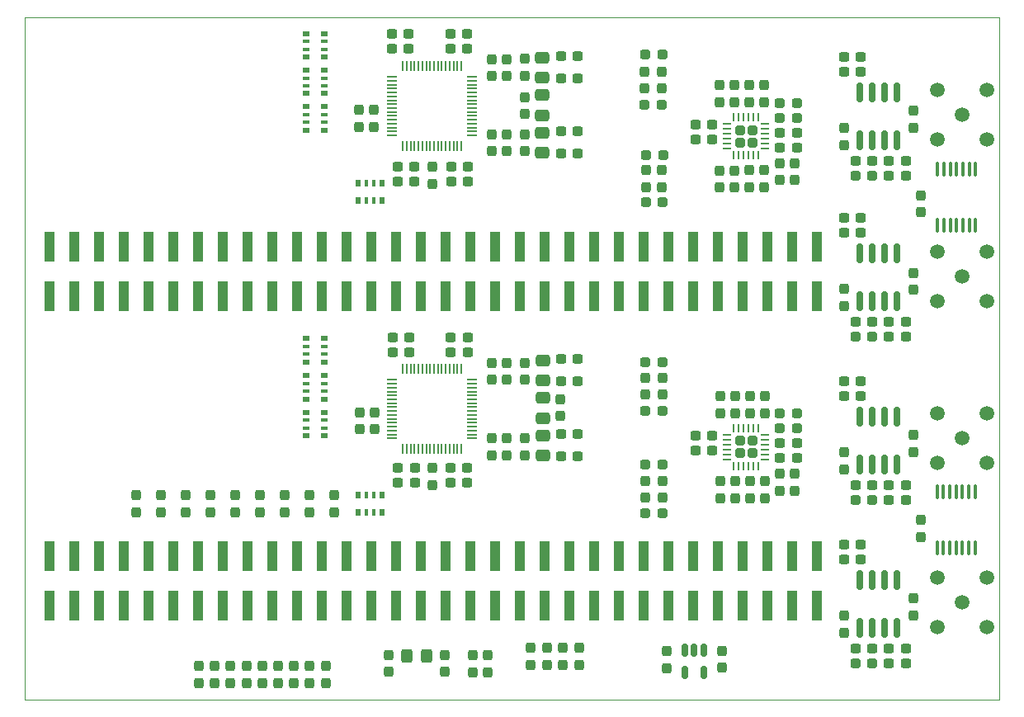
<source format=gtp>
G04 #@! TF.GenerationSoftware,KiCad,Pcbnew,(6.0.2)*
G04 #@! TF.CreationDate,2022-03-04T11:28:50+07:00*
G04 #@! TF.ProjectId,zeabus_hydrophone,7a656162-7573-45f6-9879-64726f70686f,3.1.0*
G04 #@! TF.SameCoordinates,Original*
G04 #@! TF.FileFunction,Paste,Top*
G04 #@! TF.FilePolarity,Positive*
%FSLAX46Y46*%
G04 Gerber Fmt 4.6, Leading zero omitted, Abs format (unit mm)*
G04 Created by KiCad (PCBNEW (6.0.2)) date 2022-03-04 11:28:50*
%MOMM*%
%LPD*%
G01*
G04 APERTURE LIST*
G04 Aperture macros list*
%AMRoundRect*
0 Rectangle with rounded corners*
0 $1 Rounding radius*
0 $2 $3 $4 $5 $6 $7 $8 $9 X,Y pos of 4 corners*
0 Add a 4 corners polygon primitive as box body*
4,1,4,$2,$3,$4,$5,$6,$7,$8,$9,$2,$3,0*
0 Add four circle primitives for the rounded corners*
1,1,$1+$1,$2,$3*
1,1,$1+$1,$4,$5*
1,1,$1+$1,$6,$7*
1,1,$1+$1,$8,$9*
0 Add four rect primitives between the rounded corners*
20,1,$1+$1,$2,$3,$4,$5,0*
20,1,$1+$1,$4,$5,$6,$7,0*
20,1,$1+$1,$6,$7,$8,$9,0*
20,1,$1+$1,$8,$9,$2,$3,0*%
G04 Aperture macros list end*
G04 #@! TA.AperFunction,Profile*
%ADD10C,0.050000*%
G04 #@! TD*
%ADD11RoundRect,0.237500X0.300000X0.237500X-0.300000X0.237500X-0.300000X-0.237500X0.300000X-0.237500X0*%
%ADD12RoundRect,0.237500X0.237500X-0.300000X0.237500X0.300000X-0.237500X0.300000X-0.237500X-0.300000X0*%
%ADD13RoundRect,0.237500X-0.237500X0.287500X-0.237500X-0.287500X0.237500X-0.287500X0.237500X0.287500X0*%
%ADD14RoundRect,0.237500X-0.287500X-0.237500X0.287500X-0.237500X0.287500X0.237500X-0.287500X0.237500X0*%
%ADD15RoundRect,0.237500X0.237500X-0.287500X0.237500X0.287500X-0.237500X0.287500X-0.237500X-0.287500X0*%
%ADD16RoundRect,0.237500X-0.300000X-0.237500X0.300000X-0.237500X0.300000X0.237500X-0.300000X0.237500X0*%
%ADD17C,1.506220*%
%ADD18RoundRect,0.150000X0.150000X-0.825000X0.150000X0.825000X-0.150000X0.825000X-0.150000X-0.825000X0*%
%ADD19R,0.800000X0.500000*%
%ADD20R,0.800000X0.400000*%
%ADD21R,0.500000X0.800000*%
%ADD22R,0.400000X0.800000*%
%ADD23R,1.130000X0.250000*%
%ADD24R,0.250000X1.130000*%
%ADD25RoundRect,0.250000X0.255000X0.255000X-0.255000X0.255000X-0.255000X-0.255000X0.255000X-0.255000X0*%
%ADD26RoundRect,0.062500X0.375000X0.062500X-0.375000X0.062500X-0.375000X-0.062500X0.375000X-0.062500X0*%
%ADD27RoundRect,0.062500X0.062500X0.375000X-0.062500X0.375000X-0.062500X-0.375000X0.062500X-0.375000X0*%
%ADD28RoundRect,0.100000X0.100000X-0.637500X0.100000X0.637500X-0.100000X0.637500X-0.100000X-0.637500X0*%
%ADD29R,1.000000X3.150000*%
%ADD30RoundRect,0.250000X-0.325000X-0.450000X0.325000X-0.450000X0.325000X0.450000X-0.325000X0.450000X0*%
%ADD31RoundRect,0.150000X-0.150000X0.512500X-0.150000X-0.512500X0.150000X-0.512500X0.150000X0.512500X0*%
%ADD32RoundRect,0.237500X-0.237500X0.300000X-0.237500X-0.300000X0.237500X-0.300000X0.237500X0.300000X0*%
%ADD33RoundRect,0.250000X0.475000X-0.337500X0.475000X0.337500X-0.475000X0.337500X-0.475000X-0.337500X0*%
G04 APERTURE END LIST*
D10*
X178000000Y-56000000D02*
X78000000Y-56000000D01*
X78000000Y-126000000D02*
X178000000Y-126000000D01*
X78000000Y-56000000D02*
X78000000Y-126000000D01*
X178000000Y-126000000D02*
X178000000Y-56000000D01*
D11*
X123413000Y-102177200D03*
X121688000Y-102177200D03*
D12*
X113915600Y-98265600D03*
X113915600Y-96540600D03*
X113864800Y-67226800D03*
X113864800Y-65501800D03*
X129358800Y-93182300D03*
X129358800Y-91457300D03*
X132965600Y-96892900D03*
X132965600Y-95167900D03*
D13*
X91970000Y-105036000D03*
X91970000Y-106786000D03*
D12*
X129358800Y-100903900D03*
X129358800Y-99178900D03*
X129308000Y-61965100D03*
X129308000Y-60240100D03*
D13*
X94510000Y-105022000D03*
X94510000Y-106772000D03*
X97050000Y-105022000D03*
X97050000Y-106772000D03*
X99590000Y-105022000D03*
X99590000Y-106772000D03*
D14*
X155508300Y-98164000D03*
X157258300Y-98164000D03*
D15*
X152371200Y-64698200D03*
X152371200Y-62948200D03*
D14*
X155498000Y-66312400D03*
X157248000Y-66312400D03*
X155520800Y-96640000D03*
X157270800Y-96640000D03*
D15*
X153895200Y-64698200D03*
X153895200Y-62948200D03*
D14*
X155509400Y-64788400D03*
X157259400Y-64788400D03*
D15*
X123974000Y-123183000D03*
X123974000Y-121433000D03*
D13*
X162074000Y-100591000D03*
X162074000Y-102341000D03*
X162074000Y-67317000D03*
X162074000Y-69067000D03*
D14*
X163231000Y-105530000D03*
X164981000Y-105530000D03*
D15*
X125498000Y-123183000D03*
X125498000Y-121433000D03*
D13*
X169186000Y-98813000D03*
X169186000Y-100563000D03*
X169186000Y-65539000D03*
X169186000Y-67289000D03*
D14*
X141782000Y-70097000D03*
X143532000Y-70097000D03*
X141731200Y-74973800D03*
X143481200Y-74973800D03*
X141681500Y-106875100D03*
X143431500Y-106875100D03*
D13*
X155470000Y-70935200D03*
X155470000Y-72685200D03*
X152371200Y-71674400D03*
X152371200Y-73424400D03*
X153946000Y-103588200D03*
X153946000Y-105338200D03*
X152422000Y-103588200D03*
X152422000Y-105338200D03*
X162074000Y-83827000D03*
X162074000Y-85577000D03*
X162074000Y-117355000D03*
X162074000Y-119105000D03*
D14*
X163231000Y-88766000D03*
X164981000Y-88766000D03*
X163231000Y-122294000D03*
X164981000Y-122294000D03*
D13*
X169186000Y-82190000D03*
X169186000Y-83940000D03*
X169186000Y-115577000D03*
X169186000Y-117327000D03*
X129943000Y-120671000D03*
X129943000Y-122421000D03*
X134896000Y-120671000D03*
X134896000Y-122421000D03*
D11*
X163799000Y-110102000D03*
X162074000Y-110102000D03*
D12*
X169998800Y-109287000D03*
X169998800Y-107562000D03*
D16*
X166699000Y-87242000D03*
X168424000Y-87242000D03*
D13*
X89430000Y-105022000D03*
X89430000Y-106772000D03*
D11*
X163799000Y-78098000D03*
X162074000Y-78098000D03*
D16*
X166699000Y-120770000D03*
X168424000Y-120770000D03*
D11*
X163799000Y-111626000D03*
X162074000Y-111626000D03*
D16*
X155520800Y-99688000D03*
X157245800Y-99688000D03*
X166699000Y-88766000D03*
X168424000Y-88766000D03*
D11*
X163799000Y-76574000D03*
X162074000Y-76574000D03*
D17*
X174200000Y-116000000D03*
X171660000Y-113460000D03*
X176740000Y-113460000D03*
X171660000Y-118540000D03*
X176740000Y-118540000D03*
D16*
X155521900Y-69360400D03*
X157246900Y-69360400D03*
D12*
X141653500Y-105249500D03*
X141653500Y-103524500D03*
X149374000Y-105325700D03*
X149374000Y-103600700D03*
D11*
X164968500Y-120770000D03*
X163243500Y-120770000D03*
D12*
X150898000Y-105325700D03*
X150898000Y-103600700D03*
D11*
X164968500Y-87242000D03*
X163243500Y-87242000D03*
D12*
X169998800Y-75964400D03*
X169998800Y-74239400D03*
D11*
X123514600Y-71290800D03*
X121789600Y-71290800D03*
X123466000Y-88815700D03*
X121741000Y-88815700D03*
X123466000Y-90339700D03*
X121741000Y-90339700D03*
D18*
X163725000Y-68635000D03*
X164995000Y-68635000D03*
X166265000Y-68635000D03*
X167535000Y-68635000D03*
X167535000Y-63685000D03*
X166265000Y-63685000D03*
X164995000Y-63685000D03*
X163725000Y-63685000D03*
D19*
X108719600Y-60044800D03*
D20*
X108719600Y-59244800D03*
X108719600Y-58444800D03*
D19*
X108719600Y-57644800D03*
X106919600Y-57644800D03*
D20*
X106919600Y-58444800D03*
X106919600Y-59244800D03*
D19*
X106919600Y-60044800D03*
D21*
X114633000Y-73007000D03*
D22*
X113833000Y-73007000D03*
X113033000Y-73007000D03*
D21*
X112233000Y-73007000D03*
X112233000Y-74807000D03*
D22*
X113033000Y-74807000D03*
X113833000Y-74807000D03*
D21*
X114633000Y-74807000D03*
D19*
X108719600Y-95147600D03*
D20*
X108719600Y-94347600D03*
X108719600Y-93547600D03*
D19*
X108719600Y-92747600D03*
X106919600Y-92747600D03*
D20*
X106919600Y-93547600D03*
X106919600Y-94347600D03*
D19*
X106919600Y-95147600D03*
X108719600Y-98906800D03*
D20*
X108719600Y-98106800D03*
X108719600Y-97306800D03*
D19*
X108719600Y-96506800D03*
X106919600Y-96506800D03*
D20*
X106919600Y-97306800D03*
X106919600Y-98106800D03*
D19*
X106919600Y-98906800D03*
D21*
X114633000Y-105011000D03*
D22*
X113833000Y-105011000D03*
X113033000Y-105011000D03*
D21*
X112233000Y-105011000D03*
X112233000Y-106811000D03*
D22*
X113033000Y-106811000D03*
X113833000Y-106811000D03*
D21*
X114633000Y-106811000D03*
D14*
X141680400Y-91355700D03*
X143430400Y-91355700D03*
X141691800Y-96334100D03*
X143441800Y-96334100D03*
X141680400Y-59810000D03*
X143430400Y-59810000D03*
X141629600Y-64940800D03*
X143379600Y-64940800D03*
D15*
X152422000Y-96600600D03*
X152422000Y-94850600D03*
D11*
X123415200Y-59200400D03*
X121690200Y-59200400D03*
D12*
X149323200Y-73423300D03*
X149323200Y-71698300D03*
X112391600Y-98263400D03*
X112391600Y-96538400D03*
X112340800Y-67224600D03*
X112340800Y-65499600D03*
D15*
X156994000Y-104576200D03*
X156994000Y-102826200D03*
D13*
X109750000Y-105036000D03*
X109750000Y-106786000D03*
X102130000Y-105022000D03*
X102130000Y-106772000D03*
X153895200Y-71674400D03*
X153895200Y-73424400D03*
D15*
X156994000Y-72685200D03*
X156994000Y-70935200D03*
X119859200Y-103966600D03*
X119859200Y-102216600D03*
D13*
X104670000Y-105022000D03*
X104670000Y-106772000D03*
D23*
X123923400Y-68093200D03*
X123923400Y-67693200D03*
X123923400Y-67293200D03*
X123923400Y-66893200D03*
X123923400Y-66493200D03*
X123923400Y-66093200D03*
X123923400Y-65693200D03*
X123923400Y-65293200D03*
X123923400Y-64893200D03*
X123923400Y-64493200D03*
X123923400Y-64093200D03*
X123923400Y-63693200D03*
X123923400Y-63293200D03*
X123923400Y-62893200D03*
X123923400Y-62493200D03*
X123923400Y-62093200D03*
D24*
X122808400Y-60978200D03*
X122408400Y-60978200D03*
X122008400Y-60978200D03*
X121608400Y-60978200D03*
X121208400Y-60978200D03*
X120808400Y-60978200D03*
X120408400Y-60978200D03*
X120008400Y-60978200D03*
X119608400Y-60978200D03*
X119208400Y-60978200D03*
X118808400Y-60978200D03*
X118408400Y-60978200D03*
X118008400Y-60978200D03*
X117608400Y-60978200D03*
X117208400Y-60978200D03*
X116808400Y-60978200D03*
D23*
X115693400Y-62093200D03*
X115693400Y-62493200D03*
X115693400Y-62893200D03*
X115693400Y-63293200D03*
X115693400Y-63693200D03*
X115693400Y-64093200D03*
X115693400Y-64493200D03*
X115693400Y-64893200D03*
X115693400Y-65293200D03*
X115693400Y-65693200D03*
X115693400Y-66093200D03*
X115693400Y-66493200D03*
X115693400Y-66893200D03*
X115693400Y-67293200D03*
X115693400Y-67693200D03*
X115693400Y-68093200D03*
D24*
X116808400Y-69208200D03*
X117208400Y-69208200D03*
X117608400Y-69208200D03*
X118008400Y-69208200D03*
X118408400Y-69208200D03*
X118808400Y-69208200D03*
X119208400Y-69208200D03*
X119608400Y-69208200D03*
X120008400Y-69208200D03*
X120408400Y-69208200D03*
X120808400Y-69208200D03*
X121208400Y-69208200D03*
X121608400Y-69208200D03*
X122008400Y-69208200D03*
X122408400Y-69208200D03*
X122808400Y-69208200D03*
D25*
X152656000Y-67567000D03*
X152656000Y-68817000D03*
X151406000Y-68817000D03*
X151406000Y-67567000D03*
D26*
X153968500Y-69442000D03*
X153968500Y-68942000D03*
X153968500Y-68442000D03*
X153968500Y-67942000D03*
X153968500Y-67442000D03*
X153968500Y-66942000D03*
D27*
X153281000Y-66254500D03*
X152781000Y-66254500D03*
X152281000Y-66254500D03*
X151781000Y-66254500D03*
X151281000Y-66254500D03*
X150781000Y-66254500D03*
D26*
X150093500Y-66942000D03*
X150093500Y-67442000D03*
X150093500Y-67942000D03*
X150093500Y-68442000D03*
X150093500Y-68942000D03*
X150093500Y-69442000D03*
D27*
X150781000Y-70129500D03*
X151281000Y-70129500D03*
X151781000Y-70129500D03*
X152281000Y-70129500D03*
X152781000Y-70129500D03*
X153281000Y-70129500D03*
D28*
X171625600Y-110406800D03*
X172275600Y-110406800D03*
X172925600Y-110406800D03*
X173575600Y-110406800D03*
X174225600Y-110406800D03*
X174875600Y-110406800D03*
X175525600Y-110406800D03*
X175525600Y-104681800D03*
X174875600Y-104681800D03*
X174225600Y-104681800D03*
X173575600Y-104681800D03*
X172925600Y-104681800D03*
X172275600Y-104681800D03*
X171625600Y-104681800D03*
D16*
X155521900Y-67836400D03*
X157246900Y-67836400D03*
D29*
X159275000Y-79525000D03*
X156735000Y-79525000D03*
X154195000Y-79525000D03*
X151655000Y-79525000D03*
X149115000Y-79525000D03*
X146575000Y-79525000D03*
X144035000Y-79525000D03*
X141495000Y-79525000D03*
X138955000Y-79525000D03*
X136415000Y-79525000D03*
X133875000Y-79525000D03*
X131335000Y-79525000D03*
X128795000Y-79525000D03*
X126255000Y-79525000D03*
X123715000Y-79525000D03*
X121175000Y-79525000D03*
X118635000Y-79525000D03*
X116095000Y-79525000D03*
X113555000Y-79525000D03*
X111015000Y-79525000D03*
X108475000Y-79525000D03*
X105935000Y-79525000D03*
X103395000Y-79525000D03*
X100855000Y-79525000D03*
X98315000Y-79525000D03*
X95775000Y-79525000D03*
X93235000Y-79525000D03*
X90695000Y-79525000D03*
X88155000Y-79525000D03*
X85615000Y-79525000D03*
X83075000Y-79525000D03*
X80535000Y-79525000D03*
X159275000Y-84575000D03*
X156735000Y-84575000D03*
X154195000Y-84575000D03*
X151655000Y-84575000D03*
X149115000Y-84575000D03*
X146575000Y-84575000D03*
X144035000Y-84575000D03*
X141495000Y-84575000D03*
X138955000Y-84575000D03*
X136415000Y-84575000D03*
X133875000Y-84575000D03*
X131335000Y-84575000D03*
X128795000Y-84575000D03*
X126255000Y-84575000D03*
X123715000Y-84575000D03*
X121175000Y-84575000D03*
X118635000Y-84575000D03*
X116095000Y-84575000D03*
X113555000Y-84575000D03*
X111015000Y-84575000D03*
X108475000Y-84575000D03*
X105935000Y-84575000D03*
X103395000Y-84575000D03*
X100855000Y-84575000D03*
X98315000Y-84575000D03*
X95775000Y-84575000D03*
X93235000Y-84575000D03*
X90695000Y-84575000D03*
X88155000Y-84575000D03*
X85615000Y-84575000D03*
X83075000Y-84575000D03*
X80535000Y-84575000D03*
X159290200Y-111271600D03*
X156750200Y-111271600D03*
X154210200Y-111271600D03*
X151670200Y-111271600D03*
X149130200Y-111271600D03*
X146590200Y-111271600D03*
X144050200Y-111271600D03*
X141510200Y-111271600D03*
X138970200Y-111271600D03*
X136430200Y-111271600D03*
X133890200Y-111271600D03*
X131350200Y-111271600D03*
X128810200Y-111271600D03*
X126270200Y-111271600D03*
X123730200Y-111271600D03*
X121190200Y-111271600D03*
X118650200Y-111271600D03*
X116110200Y-111271600D03*
X113570200Y-111271600D03*
X111030200Y-111271600D03*
X108490200Y-111271600D03*
X105950200Y-111271600D03*
X103410200Y-111271600D03*
X100870200Y-111271600D03*
X98330200Y-111271600D03*
X95790200Y-111271600D03*
X93250200Y-111271600D03*
X90710200Y-111271600D03*
X88170200Y-111271600D03*
X85630200Y-111271600D03*
X83090200Y-111271600D03*
X80550200Y-111271600D03*
X159290200Y-116321600D03*
X156750200Y-116321600D03*
X154210200Y-116321600D03*
X151670200Y-116321600D03*
X149130200Y-116321600D03*
X146590200Y-116321600D03*
X144050200Y-116321600D03*
X141510200Y-116321600D03*
X138970200Y-116321600D03*
X136430200Y-116321600D03*
X133890200Y-116321600D03*
X131350200Y-116321600D03*
X128810200Y-116321600D03*
X126270200Y-116321600D03*
X123730200Y-116321600D03*
X121190200Y-116321600D03*
X118650200Y-116321600D03*
X116110200Y-116321600D03*
X113570200Y-116321600D03*
X111030200Y-116321600D03*
X108490200Y-116321600D03*
X105950200Y-116321600D03*
X103410200Y-116321600D03*
X100870200Y-116321600D03*
X98330200Y-116321600D03*
X95790200Y-116321600D03*
X93250200Y-116321600D03*
X90710200Y-116321600D03*
X88170200Y-116321600D03*
X85630200Y-116321600D03*
X83090200Y-116321600D03*
X80550200Y-116321600D03*
D19*
X108719600Y-63804000D03*
D20*
X108719600Y-63004000D03*
X108719600Y-62204000D03*
D19*
X108719600Y-61404000D03*
X106919600Y-61404000D03*
D20*
X106919600Y-62204000D03*
X106919600Y-63004000D03*
D19*
X106919600Y-63804000D03*
X108719600Y-67563200D03*
D20*
X108719600Y-66763200D03*
X108719600Y-65963200D03*
D19*
X108719600Y-65163200D03*
X106919600Y-65163200D03*
D20*
X106919600Y-65963200D03*
X106919600Y-66763200D03*
D19*
X106919600Y-67563200D03*
D30*
X117208600Y-121532000D03*
X119258600Y-121532000D03*
D12*
X127428400Y-61992200D03*
X127428400Y-60267200D03*
X127428400Y-93184500D03*
X127428400Y-91459500D03*
D11*
X123516800Y-72814800D03*
X121791800Y-72814800D03*
X123415200Y-57676400D03*
X121690200Y-57676400D03*
D15*
X119859200Y-73091600D03*
X119859200Y-71341600D03*
D31*
X147657000Y-120902500D03*
X146707000Y-120902500D03*
X145757000Y-120902500D03*
X145757000Y-123177500D03*
X147657000Y-123177500D03*
D25*
X151406000Y-99454000D03*
X152656000Y-100704000D03*
X152656000Y-99454000D03*
X151406000Y-100704000D03*
D26*
X153968500Y-101329000D03*
X153968500Y-100829000D03*
X153968500Y-100329000D03*
X153968500Y-99829000D03*
X153968500Y-99329000D03*
X153968500Y-98829000D03*
D27*
X153281000Y-98141500D03*
X152781000Y-98141500D03*
X152281000Y-98141500D03*
X151781000Y-98141500D03*
X151281000Y-98141500D03*
X150781000Y-98141500D03*
D26*
X150093500Y-98829000D03*
X150093500Y-99329000D03*
X150093500Y-99829000D03*
X150093500Y-100329000D03*
X150093500Y-100829000D03*
X150093500Y-101329000D03*
D27*
X150781000Y-102016500D03*
X151281000Y-102016500D03*
X151781000Y-102016500D03*
X152281000Y-102016500D03*
X152781000Y-102016500D03*
X153281000Y-102016500D03*
D11*
X123413000Y-103701200D03*
X121688000Y-103701200D03*
D16*
X166699000Y-122294000D03*
X168424000Y-122294000D03*
D12*
X150847200Y-73423300D03*
X150847200Y-71698300D03*
D28*
X171681000Y-77277500D03*
X172331000Y-77277500D03*
X172981000Y-77277500D03*
X173631000Y-77277500D03*
X174281000Y-77277500D03*
X174931000Y-77277500D03*
X175581000Y-77277500D03*
X175581000Y-71552500D03*
X174931000Y-71552500D03*
X174281000Y-71552500D03*
X173631000Y-71552500D03*
X172981000Y-71552500D03*
X172331000Y-71552500D03*
X171681000Y-71552500D03*
D16*
X155523000Y-101212000D03*
X157248000Y-101212000D03*
D17*
X174200000Y-66000000D03*
X171660000Y-63460000D03*
X176740000Y-63460000D03*
X171660000Y-68540000D03*
X176740000Y-68540000D03*
X174200000Y-82600000D03*
X171660000Y-80060000D03*
X176740000Y-80060000D03*
X171660000Y-85140000D03*
X176740000Y-85140000D03*
X174200000Y-99200000D03*
X171660000Y-96660000D03*
X176740000Y-96660000D03*
X171660000Y-101740000D03*
X176740000Y-101740000D03*
D13*
X107210000Y-105022000D03*
X107210000Y-106772000D03*
D14*
X141681500Y-101896700D03*
X143431500Y-101896700D03*
X163231000Y-72256000D03*
X164981000Y-72256000D03*
D18*
X163725000Y-101909000D03*
X164995000Y-101909000D03*
X166265000Y-101909000D03*
X167535000Y-101909000D03*
X167535000Y-96959000D03*
X166265000Y-96959000D03*
X164995000Y-96959000D03*
X163725000Y-96959000D03*
X163725000Y-118673000D03*
X164995000Y-118673000D03*
X166265000Y-118673000D03*
X167535000Y-118673000D03*
X167535000Y-113723000D03*
X166265000Y-113723000D03*
X164995000Y-113723000D03*
X163725000Y-113723000D03*
X163725000Y-85145000D03*
X164995000Y-85145000D03*
X166265000Y-85145000D03*
X167535000Y-85145000D03*
X167535000Y-80195000D03*
X166265000Y-80195000D03*
X164995000Y-80195000D03*
X163725000Y-80195000D03*
D13*
X155470000Y-102814800D03*
X155470000Y-104564800D03*
D15*
X153946000Y-96600600D03*
X153946000Y-94850600D03*
D19*
X108719600Y-91337600D03*
D20*
X108719600Y-90537600D03*
X108719600Y-89737600D03*
D19*
X108719600Y-88937600D03*
X106919600Y-88937600D03*
D20*
X106919600Y-89737600D03*
X106919600Y-90537600D03*
D19*
X106919600Y-91337600D03*
D16*
X115745500Y-90340800D03*
X117470500Y-90340800D03*
D32*
X115338000Y-121432600D03*
X115338000Y-123157600D03*
D12*
X149551800Y-122700400D03*
X149551800Y-120975400D03*
D32*
X121078400Y-121431500D03*
X121078400Y-123156500D03*
D16*
X115695800Y-59200400D03*
X117420800Y-59200400D03*
D23*
X123923400Y-99181700D03*
X123923400Y-98781700D03*
X123923400Y-98381700D03*
X123923400Y-97981700D03*
X123923400Y-97581700D03*
X123923400Y-97181700D03*
X123923400Y-96781700D03*
X123923400Y-96381700D03*
X123923400Y-95981700D03*
X123923400Y-95581700D03*
X123923400Y-95181700D03*
X123923400Y-94781700D03*
X123923400Y-94381700D03*
X123923400Y-93981700D03*
X123923400Y-93581700D03*
X123923400Y-93181700D03*
D24*
X122808400Y-92066700D03*
X122408400Y-92066700D03*
X122008400Y-92066700D03*
X121608400Y-92066700D03*
X121208400Y-92066700D03*
X120808400Y-92066700D03*
X120408400Y-92066700D03*
X120008400Y-92066700D03*
X119608400Y-92066700D03*
X119208400Y-92066700D03*
X118808400Y-92066700D03*
X118408400Y-92066700D03*
X118008400Y-92066700D03*
X117608400Y-92066700D03*
X117208400Y-92066700D03*
X116808400Y-92066700D03*
D23*
X115693400Y-93181700D03*
X115693400Y-93581700D03*
X115693400Y-93981700D03*
X115693400Y-94381700D03*
X115693400Y-94781700D03*
X115693400Y-95181700D03*
X115693400Y-95581700D03*
X115693400Y-95981700D03*
X115693400Y-96381700D03*
X115693400Y-96781700D03*
X115693400Y-97181700D03*
X115693400Y-97581700D03*
X115693400Y-97981700D03*
X115693400Y-98381700D03*
X115693400Y-98781700D03*
X115693400Y-99181700D03*
D24*
X116808400Y-100296700D03*
X117208400Y-100296700D03*
X117608400Y-100296700D03*
X118008400Y-100296700D03*
X118408400Y-100296700D03*
X118808400Y-100296700D03*
X119208400Y-100296700D03*
X119608400Y-100296700D03*
X120008400Y-100296700D03*
X120408400Y-100296700D03*
X120808400Y-100296700D03*
X121208400Y-100296700D03*
X121608400Y-100296700D03*
X122008400Y-100296700D03*
X122408400Y-100296700D03*
X122808400Y-100296700D03*
D33*
X131187600Y-93235300D03*
X131187600Y-91160300D03*
D12*
X143862200Y-122751200D03*
X143862200Y-121026200D03*
D16*
X115694700Y-57676400D03*
X117419700Y-57676400D03*
X115746600Y-88816800D03*
X117471600Y-88816800D03*
D12*
X129308000Y-69737500D03*
X129308000Y-68012500D03*
X129308000Y-65875600D03*
X129308000Y-64150600D03*
D16*
X133017500Y-69991500D03*
X134742500Y-69991500D03*
X133017500Y-67705500D03*
X134742500Y-67705500D03*
X133018600Y-62269900D03*
X134743600Y-62269900D03*
X133018600Y-101058500D03*
X134743600Y-101058500D03*
X133017500Y-98772500D03*
X134742500Y-98772500D03*
X133017500Y-93336900D03*
X134742500Y-93336900D03*
X133017500Y-91050900D03*
X134742500Y-91050900D03*
D33*
X131136800Y-69889900D03*
X131136800Y-67814900D03*
X131136800Y-66029100D03*
X131136800Y-63954100D03*
X131136800Y-62168300D03*
X131136800Y-60093300D03*
X131187600Y-100956900D03*
X131187600Y-98881900D03*
X131187600Y-97096100D03*
X131187600Y-95021100D03*
D32*
X125904400Y-68012500D03*
X125904400Y-69737500D03*
X125904400Y-99181100D03*
X125904400Y-100906100D03*
D16*
X116254600Y-71290800D03*
X117979600Y-71290800D03*
X116305400Y-102177200D03*
X118030400Y-102177200D03*
D32*
X127428400Y-68011400D03*
X127428400Y-69736400D03*
X127428400Y-99180000D03*
X127428400Y-100905000D03*
D16*
X116254600Y-72814800D03*
X117979600Y-72814800D03*
X116305400Y-103701200D03*
X118030400Y-103701200D03*
D12*
X125904400Y-61992200D03*
X125904400Y-60267200D03*
X125904400Y-93183400D03*
X125904400Y-91458400D03*
D16*
X133016400Y-59983900D03*
X134741400Y-59983900D03*
D15*
X133245000Y-122421000D03*
X133245000Y-120671000D03*
X131594000Y-122421000D03*
X131594000Y-120671000D03*
D12*
X143431500Y-105249500D03*
X143431500Y-103524500D03*
D16*
X166699000Y-70732000D03*
X168424000Y-70732000D03*
D15*
X107260800Y-124298000D03*
X107260800Y-122548000D03*
X99132800Y-124298000D03*
X99132800Y-122548000D03*
D12*
X149323200Y-64686800D03*
X149323200Y-62961800D03*
D11*
X164968500Y-104006000D03*
X163243500Y-104006000D03*
D12*
X143379600Y-73399000D03*
X143379600Y-71674000D03*
D16*
X146836200Y-68547600D03*
X148561200Y-68547600D03*
D11*
X163799000Y-60064000D03*
X162074000Y-60064000D03*
D12*
X150847200Y-64686800D03*
X150847200Y-62961800D03*
D11*
X163799000Y-93338000D03*
X162074000Y-93338000D03*
D16*
X146836200Y-100399200D03*
X148561200Y-100399200D03*
D15*
X100758400Y-124298000D03*
X100758400Y-122548000D03*
D12*
X143407600Y-63264400D03*
X143407600Y-61539400D03*
X149374000Y-96589200D03*
X149374000Y-94864200D03*
D15*
X97507200Y-124298000D03*
X97507200Y-122548000D03*
D16*
X146836200Y-98875200D03*
X148561200Y-98875200D03*
X166699000Y-105530000D03*
X168424000Y-105530000D03*
D11*
X163799000Y-61588000D03*
X162074000Y-61588000D03*
D12*
X141652400Y-94708500D03*
X141652400Y-92983500D03*
X141629600Y-63262200D03*
X141629600Y-61537200D03*
D15*
X102384000Y-124298000D03*
X102384000Y-122548000D03*
D12*
X150898000Y-96589200D03*
X150898000Y-94864200D03*
D15*
X104009600Y-124298000D03*
X104009600Y-122548000D03*
X105635200Y-124298000D03*
X105635200Y-122548000D03*
D11*
X164968500Y-70732000D03*
X163243500Y-70732000D03*
D15*
X108886400Y-124298000D03*
X108886400Y-122548000D03*
D12*
X143481200Y-94708500D03*
X143481200Y-92983500D03*
D16*
X166699000Y-104006000D03*
X168424000Y-104006000D03*
X146836200Y-67023600D03*
X148561200Y-67023600D03*
D15*
X95881600Y-124298000D03*
X95881600Y-122548000D03*
D12*
X141754000Y-73399000D03*
X141754000Y-71674000D03*
D16*
X166699000Y-72256000D03*
X168424000Y-72256000D03*
D11*
X163799000Y-94862000D03*
X162074000Y-94862000D03*
M02*

</source>
